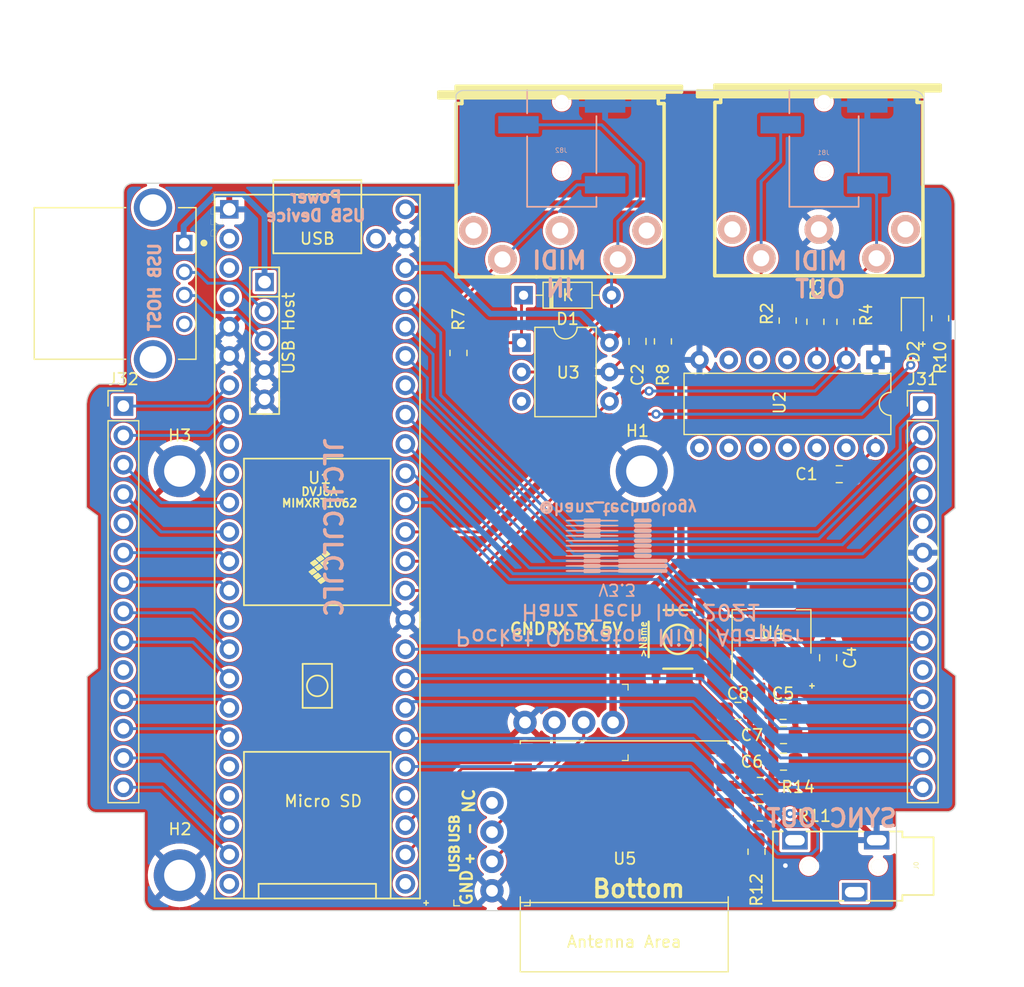
<source format=kicad_pcb>
(kicad_pcb (version 20211014) (generator pcbnew)
  (layers (0 "F.Cu" signal) (31 "B.Cu" signal) (34 "B.Paste" user) (35 "F.Paste" user) (36 "B.SilkS" user "B.Silkscreen") (37 "F.SilkS" user "F.Silkscreen") (38 "B.Mask" user) (39 "F.Mask" user) (44 "Edge.Cuts" user))
  (net 0 "")
  (net 1 "Board_0-/bottom/3.3V")
  (net 2 "Board_0-/bottom/3.3V_ESP32")
  (net 3 "Board_0-/bottom/5V")
  (net 4 "Board_0-/bottom/ESP32_EN")
  (net 5 "Board_0-/bottom/GIPO_PATTERN")
  (net 6 "Board_0-/bottom/GND")
  (net 7 "Board_0-/bottom/GPIO_1")
  (net 8 "Board_0-/bottom/GPIO_10")
  (net 9 "Board_0-/bottom/GPIO_11")
  (net 10 "Board_0-/bottom/GPIO_12")
  (net 11 "Board_0-/bottom/GPIO_13")
  (net 12 "Board_0-/bottom/GPIO_14")
  (net 13 "Board_0-/bottom/GPIO_15")
  (net 14 "Board_0-/bottom/GPIO_16")
  (net 15 "Board_0-/bottom/GPIO_2")
  (net 16 "Board_0-/bottom/GPIO_3")
  (net 17 "Board_0-/bottom/GPIO_4")
  (net 18 "Board_0-/bottom/GPIO_5")
  (net 19 "Board_0-/bottom/GPIO_6")
  (net 20 "Board_0-/bottom/GPIO_7")
  (net 21 "Board_0-/bottom/GPIO_8")
  (net 22 "Board_0-/bottom/GPIO_9")
  (net 23 "Board_0-/bottom/GPIO_BPM")
  (net 24 "Board_0-/bottom/GPIO_FX")
  (net 25 "Board_0-/bottom/GPIO_PLAY")
  (net 26 "Board_0-/bottom/GPIO_SOUND")
  (net 27 "Board_0-/bottom/GPIO_SPECIAL")
  (net 28 "Board_0-/bottom/GPIO_WRITE")
  (net 29 "Board_0-/bottom/H_USB_5V")
  (net 30 "Board_0-/bottom/H_USB_D+")
  (net 31 "Board_0-/bottom/H_USB_D-")
  (net 32 "Board_0-/bottom/MIDI_1_BUF_OUT")
  (net 33 "Board_0-/bottom/MIDI_1_IN")
  (net 34 "Board_0-/bottom/MIDI_1_OUT")
  (net 35 "Board_0-/bottom/MIDI_IN_EXT")
  (net 36 "Board_0-/bottom/MIDI_OUT_EXT")
  (net 37 "Board_0-/bottom/SYNC_OUT")
  (net 38 "Board_0-Net-(C8-Pad1)")
  (net 39 "Board_0-Net-(D1-Pad1)")
  (net 40 "Board_0-Net-(D1-Pad2)")
  (net 41 "Board_0-Net-(D2-Pad1)")
  (net 42 "Board_0-Net-(D2-Pad2)")
  (net 43 "Board_0-Net-(J40-Pad4)")
  (net 44 "Board_0-Net-(J81-Pad2)")
  (net 45 "Board_0-Net-(J81-Pad3)")
  (net 46 "Board_0-Net-(J96-Pad2)")
  (net 47 "Board_0-Net-(J96-Pad3)")
  (net 48 "Board_0-Net-(R11-Pad1)")
  (net 49 "Board_0-Net-(R14-Pad1)")
  (net 50 "Board_0-unconnected-(J0-Pad3)")
  (net 51 "Board_0-unconnected-(J31-Pad10)")
  (net 52 "Board_0-unconnected-(J31-Pad5)")
  (net 53 "Board_0-unconnected-(J32-Pad10)")
  (net 54 "Board_0-unconnected-(J32-Pad5)")
  (net 55 "Board_0-unconnected-(J40-Pad1)")
  (net 56 "Board_0-unconnected-(J40-Pad2)")
  (net 57 "Board_0-unconnected-(J40-Pad3)")
  (net 58 "Board_0-unconnected-(J90-Pad1)")
  (net 59 "Board_0-unconnected-(J90-Pad3)")
  (net 60 "Board_0-unconnected-(J96-Pad4)")
  (net 61 "Board_0-unconnected-(U1-Pad10)")
  (net 62 "Board_0-unconnected-(U1-Pad15)")
  (net 63 "Board_0-unconnected-(U1-Pad2)")
  (net 64 "Board_0-unconnected-(U1-Pad20)")
  (net 65 "Board_0-unconnected-(U1-Pad21)")
  (net 66 "Board_0-unconnected-(U1-Pad24)")
  (net 67 "Board_0-unconnected-(U1-Pad25)")
  (net 68 "Board_0-unconnected-(U1-Pad28)")
  (net 69 "Board_0-unconnected-(U1-Pad3)")
  (net 70 "Board_0-unconnected-(U1-Pad4)")
  (net 71 "Board_0-unconnected-(U1-Pad49)")
  (net 72 "Board_0-unconnected-(U1-Pad9)")
  (net 73 "Board_0-unconnected-(U2-Pad10)")
  (net 74 "Board_0-unconnected-(U2-Pad11)")
  (net 75 "Board_0-unconnected-(U2-Pad12)")
  (net 76 "Board_0-unconnected-(U2-Pad13)")
  (net 77 "Board_0-unconnected-(U2-Pad4)")
  (net 78 "Board_0-unconnected-(U2-Pad5)")
  (net 79 "Board_0-unconnected-(U2-Pad6)")
  (net 80 "Board_0-unconnected-(U2-Pad8)")
  (net 81 "Board_0-unconnected-(U2-Pad9)")
  (net 82 "Board_0-unconnected-(U3-Pad3)")
  (net 83 "Board_0-unconnected-(U5-Pad10)")
  (net 84 "Board_0-unconnected-(U5-Pad15)")
  (net 85 "Board_0-unconnected-(U5-Pad16)")
  (net 86 "Board_0-unconnected-(U5-Pad17)")
  (net 87 "Board_0-unconnected-(U5-Pad18)")
  (net 88 "Board_0-unconnected-(U5-Pad3)")
  (net 89 "Board_0-unconnected-(U5-Pad4)")
  (net 90 "Board_0-unconnected-(U5-Pad5)")
  (net 91 "Board_0-unconnected-(U5-Pad6)")
  (footprint "Package_TO_SOT_SMD:SOT-223" (layer "F.Cu") (at 169.30986 110.83 90)
    (fp_text reference "U4")
    (fp_text value "LM1117-3.3")
  )
  (footprint "Resistor_SMD:R_0805_2012Metric_Pad1.20x1.40mm_HandSolder" (layer "F.Cu") (at 173.10986 83.98 -90)
    (fp_text reference "R3")
    (fp_text value "220")
  )
  (footprint "poma:TACTILE_SWITCH_SMD_5.2MM" (layer "F.Cu") (at 161.21486 111.486 90)
    (fp_text reference "S1" hide)
    (fp_text value "MOMENTARY-SWITCH-SPST-SMD-5.2MM" hide)
  )
  (footprint "Resistor_SMD:R_0805_2012Metric_Pad1.20x1.40mm_HandSolder" (layer "F.Cu") (at 168.00986 129.88 90)
    (fp_text reference "R12")
    (fp_text value "10K")
  )
  (footprint "Package_DIP:DIP-14_W7.62mm" (layer "F.Cu") (at 178.30986 87.28 -90)
    (fp_text reference "U2")
    (fp_text value "SN74HC125N")
  )
  (footprint "Package_DIP:DIP-6_W7.62mm" (layer "F.Cu") (at 147.66588 85.7912)
    (fp_text reference "U3")
    (fp_text value "H11L1M")
  )
  (footprint "Capacitor_SMD:C_0805_2012Metric_Pad1.18x1.45mm_HandSolder" (layer "F.Cu") (at 157.70986 85.68 90)
    (fp_text reference "C2")
    (fp_text value "0.1uF")
  )
  (footprint "Resistor_SMD:R_0805_2012Metric_Pad1.20x1.40mm_HandSolder" (layer "F.Cu") (at 183.90986 83.68 -90)
    (fp_text reference "R10")
    (fp_text value "50")
  )
  (footprint "Capacitor_SMD:C_0805_2012Metric_Pad1.18x1.45mm_HandSolder" (layer "F.Cu") (at 174.20986 113.08 90)
    (fp_text reference "C4")
    (fp_text value "1uF")
  )
  (footprint "Capacitor_SMD:C_0805_2012Metric_Pad1.18x1.45mm_HandSolder" (layer "F.Cu") (at 170.34736 122.08)
    (fp_text reference "C6")
    (fp_text value "0.1uF")
  )
  (footprint "Diode_THT:D_DO-35_SOD27_P7.62mm_Horizontal" (layer "F.Cu") (at 147.8424 81.68)
    (fp_text reference "D1")
    (fp_text value "1N914")
  )
  (footprint "Resistor_SMD:R_0805_2012Metric_Pad1.20x1.40mm_HandSolder" (layer "F.Cu") (at 175.70986 83.98 -90)
    (fp_text reference "R4")
    (fp_text value "10K")
  )
  (footprint "LED_SMD:LED_0805_2012Metric_Pad1.15x1.40mm_HandSolder" (layer "F.Cu") (at 181.50986 83.755 -90)
    (fp_text reference "D2")
    (fp_text value "LED")
  )
  (footprint "Teensy:Teensy41_poma" (layer "F.Cu") (at 129.98986 103.45 -90)
    (fp_text reference "U1")
    (fp_text value "Teensy4.1")
  )
  (footprint "MountingHole:MountingHole_2.7mm_M2.5_ISO7380_Pad" (layer "F.Cu") (at 118.078 97.08)
    (fp_text reference "H3")
    (fp_text value "MountingHole_Pad")
  )
  (footprint "Connector_PinHeader_2.54mm:PinHeader_1x14_P2.54mm_Vertical" (layer "F.Cu") (at 113.2024 91.28)
    (fp_text reference "J32")
    (fp_text value "Conn_01x14_Female")
  )
  (footprint "MountingHole:MountingHole_2.7mm_M2.5_ISO7380_Pad" (layer "F.Cu") (at 157.7024 96.68)
    (fp_text reference "H1")
    (fp_text value "MountingHole_Pad")
  )
  (footprint "Connector_PinHeader_2.54mm:PinHeader_1x14_P2.54mm_Vertical" (layer "F.Cu") (at 182.4024 91.28)
    (fp_text reference "J31")
    (fp_text value "Conn_01x14_Female")
  )
  (footprint "Espressif:ESP32-C3-WROOM-02" (layer "F.Cu") (at 156.55986 129.03 180)
    (fp_text reference "U5")
    (fp_text value "ESP32-C3-WROOM-02")
  )
  (footprint "Resistor_SMD:R_0805_2012Metric_Pad1.20x1.40mm_HandSolder" (layer "F.Cu") (at 168.30986 124.18)
    (fp_text reference "R14")
    (fp_text value "10K")
  )
  (footprint "Resistor_SMD:R_0805_2012Metric_Pad1.20x1.40mm_HandSolder" (layer "F.Cu") (at 142.20986 86.68 -90)
    (fp_text reference "R7")
    (fp_text value "220")
  )
  (footprint "Capacitor_SMD:C_0805_2012Metric_Pad1.18x1.45mm_HandSolder" (layer "F.Cu") (at 170.30986 117.68)
    (fp_text reference "C5")
    (fp_text value "10uF")
  )
  (footprint "digikey-footprints:PinHeader_1x4_P2.54mm_Drill1.02mm" (layer "F.Cu") (at 145.10986 133.26 90)
    (fp_text reference "J96" hide)
    (fp_text value "0022232041")
  )
  (footprint "digikey-footprints:PinHeader_1x4_P2.54mm_Drill1.02mm" (layer "F.Cu") (at 155.58986 118.68 180)
    (fp_text reference "J99" hide)
    (fp_text value "0022232041")
  )
  (footprint "Resistor_SMD:R_0805_2012Metric_Pad1.20x1.40mm_HandSolder" (layer "F.Cu") (at 168.30986 126.48)
    (fp_text reference "R11")
    (fp_text value "10K")
  )
  (footprint "poma:MIDI_DIN5_NO_ATTACHEMENT" (layer "F.Cu") (at 173.40986 72.98 180)
    (fp_text reference "J90" hide)
    (fp_text value "MIDI_1_OUT" hide)
  )
  (footprint "Resistor_SMD:R_0805_2012Metric_Pad1.20x1.40mm_HandSolder" (layer "F.Cu") (at 159.90986 85.68 -90)
    (fp_text reference "R8")
    (fp_text value "470")
  )
  (footprint "Capacitor_SMD:C_0805_2012Metric_Pad1.18x1.45mm_HandSolder" (layer "F.Cu") (at 166.40986 117.68)
    (fp_text reference "C8")
    (fp_text value "0.1uF")
  )
  (footprint "Capacitor_SMD:C_0805_2012Metric_Pad1.18x1.45mm_HandSolder" (layer "F.Cu") (at 170.34736 119.78)
    (fp_text reference "C7")
    (fp_text value "10uF")
  )
  (footprint "Resistor_SMD:R_0805_2012Metric_Pad1.20x1.40mm_HandSolder" (layer "F.Cu") (at 170.70986 83.88 -90)
    (fp_text reference "R2")
    (fp_text value "220")
  )
  (footprint "poma:TE_292303-1" (layer "F.Cu") (at 118.4744 77.16 -90)
    (fp_text reference "REF**")
    (fp_text value "TE_292303-1")
  )
  (footprint "poma:MIDI_DIN5_NO_ATTACHEMENT" (layer "F.Cu") (at 151.00986 73.08 180)
    (fp_text reference "J40" hide)
    (fp_text value "MIDI_1_IN" hide)
  )
  (footprint "Capacitor_SMD:C_0805_2012Metric_Pad1.18x1.45mm_HandSolder" (layer "F.Cu") (at 175.17236 97.18)
    (fp_text reference "C1")
    (fp_text value "0.1uF")
  )
  (footprint "MountingHole:MountingHole_2.7mm_M2.5_ISO7380_Pad" (layer "F.Cu") (at 118.1024 131.18)
    (fp_text reference "H2")
    (fp_text value "MountingHole_Pad")
  )
  (footprint "poma:3.5mm_stereo_jack_PJ320B_THRU" (layer "F.Cu") (at 178.53686 131.13 -90)
    (fp_text reference "J0")
    (fp_text value "PJ-320B" hide)
  )
  (footprint "logo:B.SilkS_g842" (layer "B.Cu") (at 156.138865 104.512417)
    (fp_text reference "G***" hide)
    (fp_text value "LOGO" hide)
  )
  (footprint "jacks:3.5mm_stereo_jack_PJ320B" (layer "B.Cu") (at 151.1524 64.92 180)
    (fp_text reference "J82")
    (fp_text value "PJ-320B" hide)
  )
  (footprint "jacks:3.5mm_stereo_jack_PJ320B" (layer "B.Cu") (at 173.8524 64.92 180)
    (fp_text reference "J81")
    (fp_text value "PJ-320B" hide)
  )
  (gr_line (start 113.80252 72.0063) (end 113.843297 71.996509) (layer "Edge.Cuts") (width 0.1))
  (gr_line (start 110.660856 89.658605) (end 110.739948 89.590601) (layer "Edge.Cuts") (width 0.1))
  (gr_line (start 142.112706 64.185771) (end 142.140056 64.156769) (layer "Edge.Cuts") (width 0.1))
  (gr_line (start 110.453583 126.390143) (end 110.417255 126.367883) (layer "Edge.Cuts") (width 0.1))
  (gr_line (start 182.3591 64.340434) (end 182.394188 64.38633) (layer "Edge.Cuts") (width 0.1))
  (gr_line (start 110.417255 126.367883) (end 110.382099 126.343722) (layer "Edge.Cuts") (width 0.1))
  (gr_line (start 185.182691 126.010171) (end 185.146406 126.075545) (layer "Edge.Cuts") (width 0.1))
  (gr_line (start 184.776608 126.377054) (end 184.705365 126.399407) (layer "Edge.Cuts") (width 0.1))
  (gr_line (start 110.733179 126.489144) (end 110.691236 126.48137) (layer "Edge.Cuts") (width 0.1))
  (gr_line (start 184.668962 126.407855) (end 184.595056 126.419177) (layer "Edge.Cuts") (width 0.1))
  (gr_line (start 110.049004 114.7099) (end 110.959 113.97952) (layer "Edge.Cuts") (width 0.1))
  (gr_line (start 184.321 100.820481) (end 184.321 113.929502) (layer "Edge.Cuts") (width 0.1))
  (gr_line (start 185.098194 73.242098) (end 185.127725 73.342193) (layer "Edge.Cuts") (width 0.1))
  (gr_line (start 110.997116 89.412448) (end 111.089055 89.362178) (layer "Edge.Cuts") (width 0.1))
  (gr_line (start 182.1959 64.177097) (end 182.239886 64.214634) (layer "Edge.Cuts") (width 0.1))
  (gr_line (start 179.963099 134.852941) (end 179.920982 134.885864) (layer "Edge.Cuts") (width 0.1))
  (gr_line (start 142.560667 63.946696) (end 181.379975 63.939) (layer "Edge.Cuts") (width 0.1))
  (gr_line (start 185.212154 125.941508) (end 185.182691 126.010171) (layer "Edge.Cuts") (width 0.1))
  (gr_line (start 110.047777 125.727977) (end 110.04666 125.685359) (layer "Edge.Cuts") (width 0.1))
  (gr_line (start 115.022062 134.145473) (end 115.013516 134.089831) (layer "Edge.Cuts") (width 0.1))
  (gr_line (start 113.967965 71.980096) (end 114.00986 71.979) (layer "Edge.Cuts") (width 0.1))
  (gr_line (start 113.262072 72.492923) (end 113.2781 72.454228) (layer "Edge.Cuts") (width 0.1))
  (gr_line (start 113.2781 72.454228) (end 113.296176 72.41633) (layer "Edge.Cuts") (width 0.1))
  (gr_line (start 184.458971 72.307422) (end 184.538101 72.375461) (layer "Edge.Cuts") (width 0.1))
  (gr_line (start 184.538101 72.375461) (end 184.613577 72.447533) (layer "Edge.Cuts") (width 0.1))
  (gr_line (start 115.033525 134.200589) (end 115.022062 134.145473) (layer "Edge.Cuts") (width 0.1))
  (gr_line (start 185.195396 73.85818) (end 185.200999 91.079999) (layer "Edge.Cuts") (width 0.1))
  (gr_line (start 142.333182 64.017308) (end 142.369264 64.000488) (layer "Edge.Cuts") (width 0.1))
  (gr_line (start 110.348339 126.317817) (end 110.315941 126.290148) (layer "Edge.Cuts") (width 0.1))
  (gr_line (start 179.673025 134.978758) (end 179.619542 134.981613) (layer "Edge.Cuts") (width 0.1))
  (gr_line (start 181.615549 63.939221) (end 181.672927 63.946399) (layer "Edge.Cuts") (width 0.1))
  (gr_line (start 115.00886 133.865118) (end 115.008999 126.501) (layer "Edge.Cuts") (width 0.1))
  (gr_line (start 142.406252 63.985622) (end 142.443989 63.972776) (layer "Edge.Cuts") (width 0.1))
  (gr_line (start 185.080136 126.165792) (end 185.028623 126.219984) (layer "Edge.Cuts") (width 0.1))
  (gr_line (start 185.146406 126.075545) (end 185.12584 126.106748) (layer "Edge.Cuts") (width 0.1))
  (gr_line (start 142.26391 64.056718) (end 142.298013 64.036076) (layer "Edge.Cuts") (width 0.1))
  (gr_line (start 113.505795 72.15749) (end 113.539065 72.131962) (layer "Edge.Cuts") (width 0.1))
  (gr_line (start 180.128791 134.583534) (end 180.113126 134.634699) (layer "Edge.Cuts") (width 0.1))
  (gr_line (start 110.202097 126.16372) (end 110.177964 126.128608) (layer "Edge.Cuts") (width 0.1))
  (gr_line (start 142.443989 63.972776) (end 142.482418 63.961975) (layer "Edge.Cuts") (width 0.1))
  (gr_line (start 111.089055 89.362178) (end 111.820007 89.359) (layer "Edge.Cuts") (width 0.1))
  (gr_line (start 110.071194 90.625372) (end 110.100725 90.525277) (layer "Edge.Cuts") (width 0.1))
  (gr_line (start 110.064438 125.854532) (end 110.056683 125.812692) (layer "Edge.Cuts") (width 0.1))
  (gr_line (start 110.323962 90.055212) (end 110.382875 89.969072) (layer "Edge.Cuts") (width 0.1))
  (gr_line (start 115.007909 134.033763) (end 115.005264 133.97753) (layer "Edge.Cuts") (width 0.1))
  (gr_line (start 113.38735 72.275935) (end 113.414619 72.244007) (layer "Edge.Cuts") (width 0.1))
  (gr_line (start 185.184521 73.649842) (end 185.192676 73.753882) (layer "Edge.Cuts") (width 0.1))
  (gr_line (start 180.001695 134.815879) (end 179.963099 134.852941) (layer "Edge.Cuts") (width 0.1))
  (gr_line (start 115.107796 134.412754) (end 115.08504 134.361205) (layer "Edge.Cuts") (width 0.1))
  (gr_line (start 109.999 91.14) (end 110.014398 90.933021) (layer "Edge.Cuts") (width 0.1))
  (gr_line (start 180.144188 134.47782) (end 180.139182 134.531044) (layer "Edge.Cuts") (width 0.1))
  (gr_line (start 184.816044 72.685893) (end 184.874957 72.772033) (layer "Edge.Cuts") (width 0.1))
  (gr_line (start 110.959 100.790504) (end 109.999004 100.080093) (layer "Edge.Cuts") (width 0.1))
  (gr_line (start 184.595056 126.419177) (end 184.520459 126.422959) (layer "Edge.Cuts") (width 0.1))
  (gr_line (start 181.379975 63.939) (end 181.500057 63.93401) (layer "Edge.Cuts") (width 0.1))
  (gr_line (start 113.443449 72.213626) (end 113.473867 72.184759) (layer "Edge.Cuts") (width 0.1))
  (gr_line (start 142.062902 64.247991) (end 142.086963 64.216207) (layer "Edge.Cuts") (width 0.1))
  (gr_line (start 113.218726 72.65467) (end 113.226369 72.613437) (layer "Edge.Cuts") (width 0.1))
  (gr_line (start 110.046911 90.726921) (end 110.071194 90.625372) (layer "Edge.Cuts") (width 0.1))
  (gr_line (start 182.510999 72.079) (end 184.1101 72.079005) (layer "Edge.Cuts") (width 0.1))
  (gr_line (start 142.008998 71.979) (end 141.999004 64.349909) (layer "Edge.Cuts") (width 0.1))
  (gr_line (start 142.086963 64.216207) (end 142.112706 64.185771) (layer "Edge.Cuts") (width 0.1))
  (gr_line (start 115.260118 134.648461) (end 115.224794 134.604696) (layer "Edge.Cuts") (width 0.1))
  (gr_line (start 110.175207 90.330431) (end 110.219973 90.236161) (layer "Edge.Cuts") (width 0.1))
  (gr_line (start 110.086498 125.936862) (end 110.074396 125.896012) (layer "Edge.Cuts") (width 0.1))
  (gr_line (start 110.609007 126.459337) (end 110.568795 126.445097) (layer "Edge.Cuts") (width 0.1))
  (gr_line (start 185.12584 126.106748) (end 185.080136 126.165792) (layer "Edge.Cuts") (width 0.1))
  (gr_line (start 142.199296 64.103374) (end 142.230972 64.079173) (layer "Edge.Cuts") (width 0.1))
  (gr_line (start 180.111003 126.421) (end 180.140999 134.419939) (layer "Edge.Cuts") (width 0.1))
  (gr_line (start 184.705365 126.399407) (end 184.668962 126.407855) (layer "Edge.Cuts") (width 0.1))
  (gr_line (start 142.369264 64.000488) (end 142.406252 63.985622) (layer "Edge.Cuts") (width 0.1))
  (gr_line (start 113.236147 72.572711) (end 113.248072 72.532452) (layer "Edge.Cuts") (width 0.1))
  (gr_line (start 181.841666 63.985956) (end 181.896256 64.005026) (layer "Edge.Cuts") (width 0.1))
  (gr_line (start 113.473867 72.184759) (end 113.505795 72.15749) (layer "Edge.Cuts") (width 0.1))
  (gr_line (start 142.230972 64.079173) (end 142.26391 64.056718) (layer "Edge.Cuts") (width 0.1))
  (gr_line (start 110.228002 126.19748) (end 110.202097 126.16372) (layer "Edge.Cuts") (width 0.1))
  (gr_line (start 184.201803 72.12927) (end 184.290571 72.184143) (layer "Edge.Cuts") (width 0.1))
  (gr_line (start 115.005582 133.921289) (end 115.00886 133.865118) (layer "Edge.Cuts") (width 0.1))
  (gr_line (start 110.382875 89.969072) (end 110.446166 89.88616) (layer "Edge.Cuts") (width 0.1))
  (gr_line (start 110.014398 90.933021) (end 110.027967 90.829547) (layer "Edge.Cuts") (width 0.1))
  (gr_line (start 110.585379 89.730675) (end 110.660856 89.658605) (layer "Edge.Cuts") (width 0.1))
  (gr_line (start 180.113126 134.634699) (end 180.103344 134.659665) (layer "Edge.Cuts") (width 0.1))
  (gr_line (start 182.3216 64.296416) (end 182.3591 64.340434) (layer "Edge.Cuts") (width 0.1))
  (gr_line (start 115.614798 134.920738) (end 115.564616 134.895226) (layer "Edge.Cuts") (width 0.1))
  (gr_line (start 110.04666 125.685359) (end 110.049004 114.7099) (layer "Edge.Cuts") (width 0.1))
  (gr_line (start 182.456904 64.48345) (end 182.484324 64.534361) (layer "Edge.Cuts") (width 0.1))
  (gr_line (start 115.06505 134.308579) (end 115.047873 134.255024) (layer "Edge.Cuts") (width 0.1))
  (gr_line (start 113.316187 72.379477) (end 113.338099 72.343722) (layer "Edge.Cuts") (width 0.1))
  (gr_line (start 185.170952 73.546368) (end 185.184521 73.649842) (layer "Edge.Cuts") (width 0.1))
  (gr_line (start 184.752721 72.60294) (end 184.816044 72.685893) (layer "Edge.Cuts") (width 0.1))
  (gr_line (start 115.468582 134.836429) (end 115.423042 134.803336) (layer "Edge.Cuts") (width 0.1))
  (gr_line (start 182.281825 64.254444) (end 182.3216 64.296416) (layer "Edge.Cuts") (width 0.1))
  (gr_line (start 181.949761 64.026957) (end 182.002031 64.051687) (layer "Edge.Cuts") (width 0.1))
  (gr_line (start 110.649858 126.471436) (end 110.609007 126.459337) (layer "Edge.Cuts") (width 0.1))
  (gr_line (start 110.26962 90.144307) (end 110.323962 90.055212) (layer "Edge.Cuts") (width 0.1))
  (gr_line (start 184.941806 126.290769) (end 184.910602 126.311333) (layer "Edge.Cuts") (width 0.1))
  (gr_line (start 115.191762 134.559046) (end 115.161208 134.511764) (layer "Edge.Cuts") (width 0.1))
  (gr_line (start 180.140999 134.419939) (end 180.144651 134.450927) (layer "Edge.Cuts") (width 0.1))
  (gr_line (start 114.00986 71.979) (end 142.008998 71.979) (layer "Edge.Cuts") (width 0.1))
  (gr_line (start 182.426831 64.43406) (end 182.456904 64.48345) (layer "Edge.Cuts") (width 0.1))
  (gr_line (start 110.691236 126.48137) (end 110.649858 126.471436) (layer "Edge.Cuts") (width 0.1))
  (gr_line (start 110.056683 125.812692) (end 110.051121 125.770451) (layer "Edge.Cuts") (width 0.1))
  (gr_line (start 179.802892 134.948174) (end 179.751942 134.964357) (layer "Edge.Cuts") (width 0.1))
  (gr_line (start 181.672927 63.946399) (end 181.729845 63.956601) (layer "Edge.Cuts") (width 0.1))
  (gr_line (start 115.133186 134.462939) (end 115.107796 134.412754) (layer "Edge.Cuts") (width 0.1))
  (gr_line (start 115.337536 134.73023) (end 115.297731 134.690346) (layer "Edge.Cuts") (width 0.1))
  (gr_line (start 115.379346 134.767926) (end 115.337536 134.73023) (layer "Edge.Cuts") (width 0.1))
  (gr_line (start 110.959 113.97952) (end 110.959 100.790504) (layer "Edge.Cuts") (width 0.1))
  (gr_line (start 180.139182 134.531044) (end 180.128791 134.583534) (layer "Edge.Cuts") (width 0.1))
  (gr_line (start 180.144651 134.450927) (end 180.144188 134.47782) (layer "Edge.Cuts") (width 0.1))
  (gr_line (start 113.209956 72.738108) (end 113.213245 72.696298) (layer "Edge.Cuts") (width 0.1))
  (gr_line (start 115.515802 134.867079) (end 115.468582 134.836429) (layer "Edge.Cuts") (width 0.1))
  (gr_line (start 182.149948 64.141908) (end 182.1959 64.177097) (layer "Edge.Cuts") (width 0.1))
  (gr_line (start 110.77542 126.494704) (end 110.733179 126.489144) (layer "Edge.Cuts") (width 0.1))
  (gr_line (start 181.729845 63.956601) (end 181.786144 63.969799) (layer "Edge.Cuts") (width 0.1))
  (gr_line (start 115.047873 134.255024) (end 115.033525 134.200589) (layer "Edge.Cuts") (width 0.1))
  (gr_line (start 184.520459 126.422959) (end 180.111003 126.421) (layer "Edge.Cuts") (width 0.1))
  (gr_line (start 184.874957 72.772033) (end 184.929325 72.861173) (layer "Edge.Cuts") (width 0.1))
  (gr_line (start 181.896256 64.005026) (end 181.949761 64.026957) (layer "Edge.Cuts") (width 0.1))
  (gr_line (start 110.908304 89.46735) (end 110.997116 89.412448) (layer "Edge.Cuts") (width 0.1))
  (gr_line (start 110.284998 126.260784) (end 110.255671 126.229878) (layer "Edge.Cuts") (width 0.1))
  (gr_line (start 182.052875 64.07912) (end 182.102242 64.10923) (layer "Edge.Cuts") (width 0.1))
  (gr_line (start 185.249557 125.797028) (end 185.234519 125.870216) (layer "Edge.Cuts") (width 0.1))
  (gr_line (start 184.685158 72.523403) (end 184.752721 72.60294) (layer "Edge.Cuts") (width 0.1))
  (gr_line (start 184.613577 72.447533) (end 184.685158 72.523403) (layer "Edge.Cuts") (width 0.1))
  (gr_line (start 185.261 114.64) (end 185.261 125.69) (layer "Edge.Cuts") (width 0.1))
  (gr_line (start 113.226369 72.613437) (end 113.236147 72.572711) (layer "Edge.Cuts") (width 0.1))
  (gr_line (start 185.192676 73.753882) (end 185.195396 73.85818) (layer "Edge.Cuts") (width 0.1))
  (gr_line (start 182.002031 64.051687) (end 182.052875 64.07912) (layer "Edge.Cuts") (width 0.1))
  (gr_line (start 110.135416 90.426908) (end 110.175207 90.330431) (layer "Edge.Cuts") (width 0.1))
  (gr_line (start 113.539065 72.131962) (end 113.573582 72.108239) (layer "Edge.Cuts") (width 0.1))
  (gr_line (start 110.027967 90.829547) (end 110.046911 90.726921) (layer "Edge.Cuts") (width 0.1))
  (gr_line (start 115.08504 134.361205) (end 115.06505 134.308579) (layer "Edge.Cuts") (width 0.1))
  (gr_line (start 185.210999 100.109998) (end 184.321 100.820481) (layer "Edge.Cuts") (width 0.1))
  (gr_line (start 113.338099 72.343722) (end 113.361822 72.309205) (layer "Edge.Cuts") (width 0.1))
  (gr_line (start 115.297731 134.690346) (end 115.260118 134.648461) (layer "Edge.Cuts") (width 0.1))
  (gr_line (start 113.64619 72.066316) (end 113.68404 72.048261) (layer "Edge.Cuts") (width 0.1))
  (gr_line (start 115.161208 134.511764) (end 115.133186 134.462939) (layer "Edge.Cuts") (width 0.1))
  (gr_line (start 110.315941 126.290148) (end 110.284998 126.260784) (layer "Edge.Cuts") (width 0.1))
  (gr_line (start 115.423042 134.803336) (end 115.379346 134.767926) (layer "Edge.Cuts") (width 0.1))
  (gr_line (start 110.051121 125.770451) (end 110.047777 125.727977) (layer "Edge.Cuts") (width 0.1))
  (gr_line (start 110.382099 126.343722) (end 110.348339 126.317817) (layer "Edge.Cuts") (width 0.1))
  (gr_line (start 185.200999 91.079999) (end 185.210999 100.109998) (layer "Edge.Cuts") (width 0.1))
  (gr_line (start 113.213245 72.696298) (end 113.218726 72.65467) (layer "Edge.Cuts") (width 0.1))
  (gr_line (start 115.008999 126.501) (end 110.86 126.501) (layer "Edge.Cuts") (width 0.1))
  (gr_line (start 110.155676 126.092236) (end 110.135347 126.054793) (layer "Edge.Cuts") (width 0.1))
  (gr_line (start 184.971969 126.26862) (end 184.941806 126.290769) (layer "Edge.Cuts") (width 0.1))
  (gr_line (start 185.261 125.69) (end 185.249557 125.797028) (layer "Edge.Cuts") (width 0.1))
  (gr_line (start 184.978946 72.952982) (end 185.023712 73.047252) (layer "Edge.Cuts") (width 0.1))
  (gr_line (start 184.321 113.929502) (end 185.261 114.64) (layer "Edge.Cuts") (width 0.1))
  (gr_line (start 180.036329 134.775091) (end 180.001695 134.815879) (layer "Edge.Cuts") (width 0.1))
  (gr_line (start 185.127725 73.342193) (end 185.151997 73.443691) (layer "Edge.Cuts") (width 0.1))
  (gr_line (start 110.219973 90.236161) (end 110.26962 90.144307) (layer "Edge.Cuts") (width 0.1))
  (gr_line (start 110.529481 126.428813) (end 110.491026 126.410472) (layer "Edge.Cuts") (width 0.1))
  (gr_line (start 110.513726 89.806621) (end 110.585379 89.730675) (layer "Edge.Cuts") (width 0.1))
  (gr_line (start 113.296176 72.41633) (end 113.316187 72.379477) (layer "Edge.Cuts") (width 0.1))
  (gr_line (start 184.845317 126.347569) (end 184.776608 126.377054) (layer "Edge.Cuts") (width 0.1))
  (gr_line (start 113.762362 72.018196) (end 113.80252 72.0063) (layer "Edge.Cuts") (width 0.1))
  (gr_line (start 182.394188 64.38633) (end 182.426831 64.43406) (layer "Edge.Cuts") (width 0.1))
  (gr_line (start 184.1101 72.079005) (end 184.201803 72.12927) (layer "Edge.Cuts") (width 0.1))
  (gr_line (start 142.482418 63.961975) (end 142.521321 63.953279) (layer "Edge.Cuts") (width 0.1))
  (gr_line (start 110.100703 125.976975) (end 110.086498 125.936862) (layer "Edge.Cuts") (width 0.1))
  (gr_line (start 113.68404 72.048261) (end 113.722831 72.032193) (layer "Edge.Cuts") (width 0.1))
  (gr_line (start 141.999004 64.349909) (end 142.040594 64.281028) (layer "Edge.Cuts") (width 0.1))
  (gr_line (start 180.103344 134.659665) (end 180.080106 134.707808) (layer "Edge.Cuts") (width 0.1))
  (gr_line (start 115.769999 134.981) (end 115.718826 134.963663) (layer "Edge.Cuts") (width 0.1))
  (gr_line (start 113.722831 72.032193) (end 113.762362 72.018196) (layer "Edge.Cuts") (width 0.1))
  (gr_line (start 113.414619 72.244007) (end 113.443449 72.213626) (layer "Edge.Cuts") (width 0.1))
  (gr_line (start 184.929325 72.861173) (end 184.978946 72.952982) (layer "Edge.Cuts") (width 0.1))
  (gr_line (start 110.491026 126.410472) (end 110.453583 126.390143) (layer "Edge.Cuts") (width 0.1))
  (gr_line (start 113.209 89.368992) (end 113.209956 72.738108) (layer "Edge.Cuts") (width 0.1))
  (gr_line (start 110.446166 89.88616) (end 110.513726 89.806621) (layer "Edge.Cuts") (width 0.1))
  (gr_line (start 110.100725 90.525277) (end 110.135416 90.426908) (layer "Edge.Cuts") (width 0.1))
  (gr_line (start 115.224794 134.604696) (end 115.191762 134.559046) (layer "Edge.Cuts") (width 0.1))
  (gr_line (start 184.910602 126.311333) (end 184.845317 126.347569) (layer "Edge.Cuts") (width 0.1))
  (gr_line (start 179.851983 134.926884) (end 179.802892 134.948174) (layer "Edge.Cuts") (width 0.1))
  (gr_line (start 110.739948 89.590601) (end 110.822519 89.52678) (layer "Edge.Cuts") (width 0.1))
  (gr_line (start 185.234519 125.870216) (end 185.212154 125.941508) (layer "Edge.Cuts") (width 0.1))
  (gr_line (start 113.573582 72.108239) (end 113.609383 72.086301) (layer "Edge.Cuts") (width 0.1))
  (gr_line (start 113.609383 72.086301) (end 113.64619 72.066316) (layer "Edge.Cuts") (width 0.1))
  (gr_line (start 110.255671 126.229878) (end 110.228002 126.19748) (layer "Edge.Cuts") (width 0.1))
  (gr_line (start 179.619542 134.981613) (end 115.769999 134.981) (layer "Edge.Cuts") (width 0.1))
  (gr_line (start 182.484324 64.534361) (end 182.509102 64.586967) (layer "Edge.Cuts") (width 0.1))
  (gr_line (start 182.509102 64.586967) (end 182.510999 72.079) (layer "Edge.Cuts") (width 0.1))
  (gr_line (start 180.052076 134.753388) (end 180.036329 134.775091) (layer "Edge.Cuts") (width 0.1))
  (gr_line (start 115.564616 134.895226) (end 115.515802 134.867079) (layer "Edge.Cuts") (width 0.1))
  (gr_line (start 142.140056 64.156769) (end 142.168974 64.129252) (layer "Edge.Cuts") (width 0.1))
  (gr_line (start 109.999004 100.080093) (end 109.999 91.14) (layer "Edge.Cuts") (width 0.1))
  (gr_line (start 110.117027 126.016385) (end 110.100703 125.976975) (layer "Edge.Cuts") (width 0.1))
  (gr_line (start 113.926158 71.983385) (end 113.967965 71.980096) (layer "Edge.Cuts") (width 0.1))
  (gr_line (start 115.013516 134.089831) (end 115.007909 134.033763) (layer "Edge.Cuts") (width 0.1))
  (gr_line (start 185.028623 126.219984) (end 184.971969 126.26862) (layer "Edge.Cuts") (width 0.1))
  (gr_line (start 179.89866 134.90072) (end 179.851983 134.926884) (layer "Edge.Cuts") (width 0.1))
  (gr_line (start 111.820007 89.359) (end 113.209 89.368992) (layer "Edge.Cuts") (width 0.1))
  (gr_line (start 179.920982 134.885864) (end 179.89866 134.90072) (layer "Edge.Cuts") (width 0.1))
  (gr_line (start 113.361822 72.309205) (end 113.38735 72.275935) (layer "Edge.Cuts") (width 0.1))
  (gr_line (start 110.822519 89.52678) (end 110.908304 89.46735) (layer "Edge.Cuts") (width 0.1))
  (gr_line (start 180.080106 134.707808) (end 180.052076 134.753388) (layer "Edge.Cuts") (width 0.1))
  (gr_line (start 184.3764 72.243601) (end 184.458971 72.307422) (layer "Edge.Cuts") (width 0.1))
  (gr_line (start 115.718826 134.963663) (end 115.666254 134.943573) (layer "Edge.Cuts") (width 0.1))
  (gr_line (start 113.248072 72.532452) (end 113.262072 72.492923) (layer "Edge.Cuts") (width 0.1))
  (gr_line (start 113.843297 71.996509) (end 113.88453 71.988866) (layer "Edge.Cuts") (width 0.1))
  (gr_line (start 110.074396 125.896012) (end 110.064438 125.854532) (layer "Edge.Cuts") (width 0.1))
  (gr_line (start 179.725843 134.970504) (end 179.673025 134.978758) (layer "Edge.Cuts") (width 0.1))
  (gr_line (start 110.86 126.501) (end 110.77542 126.494704) (layer "Edge.Cuts") (width 0.1))
  (gr_line (start 185.023712 73.047252) (end 185.063484 73.14368) (layer "Edge.Cuts") (width 0.1))
  (gr_line (start 181.786144 63.969799) (end 181.841666 63.985956) (layer "Edge.Cuts") (width 0.1))
  (gr_line (start 179.751942 134.964357) (end 179.725843 134.970504) (layer "Edge.Cuts") (width 0.1))
  (gr_line (start 181.557872 63.935088) (end 181.615549 63.939221) (layer "Edge.Cuts") (width 0.1))
  (gr_line (start 181.500057 63.93401) (end 181.557872 63.935088) (layer "Edge.Cuts") (width 0.1))
  (gr_line (start 142.040594 64.281028) (end 142.062902 64.247991) (layer "Edge.Cuts") (width 0.1))
  (gr_line (start 115.666254 134.943573) (end 115.614798 134.920738) (layer "Edge.Cuts") (width 0.1))
  (gr_line (start 142.168974 64.129252) (end 142.199296 64.103374) (layer "Edge.Cuts") (width 0.1))
  (gr_line (start 182.239886 64.214634) (end 182.281825 64.254444) (layer "Edge.Cuts") (width 0.1))
  (gr_line (start 142.521321 63.953279) (end 142.560667 63.946696) (layer "Edge.Cuts") (width 0.1))
  (gr_line (start 185.151997 73.443691) (end 185.170952 73.546368) (layer "Edge.Cuts") (width 0.1))
  (gr_line (start 185.063484 73.14368) (end 185.098194 73.242098) (layer "Edge.Cuts") (width 0.1))
  (gr_line (start 142.298013 64.036076) (end 142.333182 64.017308) (layer "Edge.Cuts") (width 0.1))
  (gr_line (start 182.102242 64.10923) (end 182.149948 64.141908) (layer "Edge.Cuts") (width 0.1))
  (gr_line (start 184.290571 72.184143) (end 184.3764 72.243601) (layer "Edge.Cuts") (width 0.1))
  (gr_line (start 110.568795 126.445097) (end 110.529481 126.428813) (layer "Edge.Cuts") (width 0.1))
  (gr_line (start 115.005264 133.97753) (end 115.005582 133.921289) (layer "Edge.Cuts") (width 0.1))
  (gr_line (start 113.88453 71.988866) (end 113.926158 71.983385) (layer "Edge.Cuts") (width 0.1))
  (gr_line (start 110.135347 126.054793) (end 110.117027 126.016385) (layer "Edge.Cuts") (width 0.1))
  (gr_line (start 110.177964 126.128608) (end 110.155676 126.092236) (layer "Edge.Cuts") (width 0.1))
  (gr_text "Pocket Operator Midi Adapter\n   Hanz Tech Inc 2021 \n\n\n" (at 157.00986 108.03 180) (layer "B.SilkS") (effects (font (size 1.35 1.35) (thickness 0.2)) (justify mirror)))
  (gr_text "V3.3\n\n" (at 155.9524 106.38 180) (layer "B.SilkS") (effects (font (size 1 1)) (justify mirror)))
  (gr_text "USB HOST" (at 115.90986 80.98 90) (layer "B.SilkS") (effects (font (size 1 1) (thickness 0.25)) (justify mirror)))
  (gr_text "JLCJLCJLCJLC" (at 131.30986 101.78 270) (layer "B.SilkS") (effects (font (size 1.5 1.5) (thickness 0.3))))
  (gr_text "  MIDI \n OUT" (at 174.1024 79.93) (layer "B.SilkS") (effects (font (size 1.5 1.5) (thickness 0.3)) (justify mirror)))
  (gr_text "SYNC OUT\n" (at 174.50986 126.98) (layer "B.SilkS") (effects (font (size 1.5 1.5) (thickness 0.3)) (justify mirror)))
  (gr_text "Power\nUSB Device" (at 129.8524 73.98) (layer "B.SilkS") (effects (font (size 1 1) (thickness 0.25)) (justify mirror)))
  (gr_text " MIDI \nIN" (at 150.9524 79.88) (layer "B.SilkS") (effects (font (size 1.5 1.5) (thickness 0.3)) (justify mirror)))
  (gr_text "@hanz_technology" (at 156.0024 100.18 180) (layer "B.SilkS") (effects (font (size 1 1) (thickness 0.2)) (justify mirror)))
  (gr_text "GND" (at 142.90986 132.98 90) (layer "F.SilkS") (effects (font (size 1 1) (thickness 0.2))))
  (gr_text "RX" (at 150.80986 110.58) (layer "F.SilkS") (effects (font (size 1 1) (thickness 0.2))))
  (gr_text "TX\n" (at 153.10986 110.68) (layer "F.SilkS") (effects (font (size 1 1) (thickness 0.2))))
  (gr_text "NC\n" (at 143.10986 125.48 90) (layer "F.SilkS") (effects (font (size 1 1) (thickness 0.2))))
  (gr_text "5V" (at 155.50986 110.58) (layer "F.SilkS") (effects (font (size 1 1) (thickness 0.2))))
  (gr_text "GND" (at 148.20986 110.58) (layer "F.SilkS") (effects (font (size 1 1) (thickness 0.2))))
  (gr_text "USB\n-" (at 142.50986 127.88 90) (layer "F.SilkS") (effects (font (size 0.8 0.8) (thickness 0.2))))
  (gr_text "USB\n+" (at 142.50986 130.48 90) (layer "F.SilkS") (effects (font (size 0.8 0.8) (thickness 0.2))))
  (gr_text "Bottom" (at 157.80986 133.08) (layer "F.SilkS") (effects (font (size 1.5 1.5) (thickness 0.3))))
  (gr_text "+" (at 172.80986 115.48) (layer "F.SilkS") (effects (font (size 0.5 0.5) (thickness 0.125))))
  (gr_text "+" (at 139.40986 134.28) (layer "F.SilkS") (effects (font (size 0.5 0.5) (thickness 0.125))))
  (gr_text "+" (at 182.40986 85.88) (layer "F.SilkS") (effects (font (size 0.5 0.5) (thickness 0.125))))
  (segment (start 155.28588 85.7912) (end 156.39708 84.68) (width 0.508) (layer "F.Cu") (net 1))
  (segment (start 157.97236 84.68) (end 158.00986 84.6425) (width 0.508) (layer "F.Cu") (net 1))
  (segment (start 158.00986 84.6425) (end 160.37236 84.6425) (width 0.508) (layer "F.Cu") (net 1))
  (segment (start 160.37236 84.6425) (end 160.40986 84.68) (width 0.508) (layer "F.Cu") (net 1))
  (segment (start 156.39708 84.68) (end 157.97236 84.68) (width 0.508) (layer "F.Cu") (net 1))
  (segment (start 140.9924 79.32) (end 144.9524 83.28) (width 0.508) (layer "B.Cu") (net 1))
  (segment (start 152.77468 83.28) (end 155.28588 85.7912) (width 0.508) (layer "B.Cu") (net 1))
  (segment (start 137.60986 79.32) (end 140.9924 79.32) (width 0.508) (layer "B.Cu") (net 1))
  (segment (start 144.9524 83.28) (end 152.77468 83.28) (width 0.508) (layer "B.Cu") (net 1))
  (segment (start 174.00986 131.98) (end 172.80986 133.18) (width 0.508) (layer "F.Cu") (net 2))
  (segment (start 170.80986 124.18) (end 174.00986 127.38) (width 0.508) (layer "F.Cu") (net 2))
  (segment (start 169.27236 114.0175) (end 169.30986 113.98) (width 0.508) (layer "F.Cu") (net 2))
  (segment (start 169.27236 117.68) (end 169.27236 119.7425) (width 0.508) (layer "F.Cu") (net 2))
  (segment (start 169.30986 115.488) (end 169.30986 113.98) (width 0.508) (layer "F.Cu") (net 2))
  (segment (start 169.30986 119.78) (end 169.30986 124.045798) (width 0.508) (layer "F.Cu") (net 2))
  (segment (start 169.30986 124.18) (end 170.80986 124.18) (width 0.508) (layer "F.Cu") (net 2))
  (segment (start 169.27236 117.68) (end 169.27236 114.0175) (width 0.508) (layer "F.Cu") (net 2))
  (segment (start 165.75986 133.18) (end 166.367062 133.18) (width 0.508) (layer "F.Cu") (net 2))
  (segment (start 174.00986 127.38) (end 174.00986 131.98) (width 0.508) (layer "F.Cu") (net 2))
  (segment (start 169.27236 119.7425) (end 169.30986 119.78) (width 0.508) (layer "F.Cu") (net 2))
  (segment (start 172.80986 133.18) (end 165.30986 133.18) (width 0.508) (layer "F.Cu") (net 2))
  (segment (start 178.44736 94.2375) (end 178.30986 94.1) (width 0.25) (layer "F.Cu") (net 3))
  (segment (start 161.85986 99.83) (end 161.85986 99.43) (width 0.508) (layer "F.Cu") (net 3))
  (segment (start 162.45986 99.83) (end 173.55986 99.83) (width 0.508) (layer "F.Cu") (net 3))
  (segment (start 176.20986 97) (end 178.30986 94.9) (width 0.25) (layer "F.Cu") (net 3))
  (segment (start 161.45986 97.53) (end 161.45986 98.93) (width 0.635) (layer "F.Cu") (net 3))
  (segment (start 161.45986 98.93) (end 161.45986 99.83) (width 0.635) (layer "F.Cu") (net 3))
  (segment (start 161.45986 99.83) (end 161.85986 99.83) (width 0.508) (layer "F.Cu") (net 3))
  (segment (start 161.45986 87.33) (end 161.45986 97.53) (width 0.635) (layer "F.Cu") (net 3))
  (segment (start 161.45986 104.53) (end 167.80986 110.88) (width 0.635) (layer "F.Cu") (net 3))
  (segment (start 137.60986 74.24) (end 139.2924 74.24) (width 0.635) (layer "F.Cu") (net 3))
  (segment (start 161.45986 88.93) (end 161.45986 87.33) (width 0.508) (layer "F.Cu") (net 3))
  (segment (start 170.70986 84.88) (end 163.10986 84.88) (width 0.508) (layer "F.Cu") (net 3))
  (segment (start 171.60986 112.345) (end 171.60986 113.98) (width 0.635) (layer "F.Cu") (net 3))
  (segment (start 161.65613 83.42627) (end 161.45986 83.23) (width 0.508) (layer "F.Cu") (net 3))
  (segment (start 161.85986 99.83) (end 162.45986 99.83) (width 0.508) (layer "F.Cu") (net 3))
  (segment (start 161.55986 98.93) (end 161.95986 99.33) (width 0.508) (layer "F.Cu") (net 3))
  (segment (start 155.58986 110.4) (end 156.60986 109.38) (width 0.635) (layer "F.Cu") (net 3))
  (segment (start 161.45986 83.23) (end 161.45986 83.77254) (width 0.635) (layer "F.Cu") (net 3))
  (segment (start 174.07236 113.98) (end 174.20986 114.1175) (width 0.508) (layer "F.Cu") (net 3))
  (segment (start 171.60986 113.98) (end 174.07236 113.98) (width 0.508) (layer "F.Cu") (net 3))
  (segment (start 161.95986 99.33) (end 162.45986 99.83) (width 0.508) (layer "F.Cu") (net 3))
  (segment (start 139.2924 74.24) (end 139.7524 73.78) (width 0.635) (layer "F.Cu") (net 3))
  (segment (start 163.10986 84.88) (end 161.65613 83.42627) (width 0.508) (layer "F.Cu") (net 3))
  (segment (start 176.20986 97.18) (end 176.20986 97) (width 0.25) (layer "F.Cu") (net 3))
  (segment (start 171.60986 113.508498) (end 171.60986 113.98) (width 0.635) (layer "F.Cu") (net 3))
  (segment (start 161.45986 98.93) (end 161.55986 98.93) (width 0.508) (layer "F.Cu") (net 3))
  (segment (start 161.85986 99.43) (end 161.95986 99.33) (width 0.508) (layer "F.Cu") (net 3))
  (segment (start 156.60986 109.38) (end 161.45986 104.53) (width 0.635) (layer "F.Cu") (net 3))
  (segment (start 170.14486 110.88) (end 171.60986 112.345) (width 0.635) (layer "F.Cu") (net 3))
  (segment (start 167.80986 110.88) (end 170.14486 110.88) (width 0.635) (layer "F.Cu") (net 3))
  (segment (start 161.45986 97.53) (end 161.45986 98.03) (width 0.508) (layer "F.Cu") (net 3))
  (segment (start 139.7524 73.78) (end 159.85986 73.78) (width 0.635) (layer "F.Cu") (net 3))
  (segment (start 161.45986 83.77254) (end 161.45986 87.33) (width 0.635) (layer "F.Cu") (net 3))
  (segment (start 161.45986 75.38) (end 161.45986 83.77254) (width 0.635) (layer "F.Cu") (net 3))
  (segment (start 155.58986 118.68) (end 155.58986 110.4) (width 0.635) (layer "F.Cu") (net 3))
  (segment (start 173.55986 99.83) (end 176.20986 97.18) (width 0.508) (layer "F.Cu") (net 3))
  (segment (start 159.85986 73.78) (end 161.45986 75.38) (width 0.635) (layer "F.Cu") (net 3))
  (segment (start 161.45986 99.83) (end 161.45986 104.53) (width 0.635) (layer "F.Cu") (net 3))
  (segment (start 170.90986 126.58) (end 169.40986 126.58) (width 0.25) (layer "F.Cu") (net 4))
  (segment (start 169.33486 126.455) (end 169.30986 126.48) (width 0.508) (layer "F.Cu") (net 4))
  (segment (start 169.40986 126.58) (end 169.30986 126.48) (width 0.25) (layer "F.Cu") (net 4))
  (via (at 170.90986 126.58) (size 0.8) (drill 0.4) (layers "F.Cu" "B.Cu") (net 4))
  (segment (start 169.862349 130.054511) (end 172.811371 130.054511) (width 0.25) (layer "B.Cu") (net 4))
  (segment (start 171.685882 126.58) (end 170.90986 126.58) (width 0.25) (layer "B.Cu") (net 4))
  (segment (start 137.60986 122.5) (end 162.307838 122.5) (width 0.25) (layer "B.Cu") (net 4))
  (segment (start 162.307838 122.5) (end 169.862349 130.054511) (width 0.25) (layer "B.Cu") (net 4))
  (segment (start 173.30986 128.203978) (end 171.685882 126.58) (width 0.25) (layer "B.Cu") (net 4))
  (segment (start 172.811371 130.054511) (end 173.30986 129.556022) (width 0.25) (layer "B.Cu") (net 4))
  (segment (start 173.30986 129.556022) (end 173.30986 128.203978) (width 0.25) (layer "B.Cu") (net 4))
  (segment (start 182.4024 121.76) (end 170.09078 121.76) (width 0.25) (layer "B.Cu") (net 5))
  (segment (start 170.09078 121.76) (end 163.21078 114.88) (width 0.25) (layer "B.Cu") (net 5))
  (segment (start 163.21078 114.88) (end 137.60986 114.88) (width 0.25) (layer "B.Cu") (net 5))
  (segment (start 174.13486 97.18) (end 171.04086 97.18) (width 0.25) (layer "F.Cu") (net 6))
  (segment (start 169.324861 95.464001) (end 169.324861 93.535001) (width 0.25) (layer "F.Cu") (net 6))
  (segment (start 170.24736 130.8175) (end 170.50986 131.08) (width 0.25) (layer "F.Cu") (net 6))
  (segment (start 168.00986 130.8175) (end 170.24736 130.8175) (width 0.25) (layer "F.Cu") (net 6))
  (segment (start 171.38486 119.78) (end 171.38486 122.08) (width 0.508) (layer "F.Cu") (net 6))
  (segment (start 156.89958 86.7175) (end 157.70986 86.7175) (width 0.25) (layer "F.Cu") (net 6))
  (segment (start 159.30986 114.28) (end 159.30986 114.68) (width 0.25) (layer "F.Cu") (net 6))
  (segment (start 171.60986 122.08) (end 178.40986 128.88) (width 0.508) (layer "F.Cu") (net 6))
  (segment (start 155.28588 88.3312) (end 156.89958 86.7175) (width 0.25) (layer "F.Cu") (net 6))
  (segment (start 169.324861 93.535001) (end 163.06986 87.28) (width 0.25) (layer "F.Cu") (net 6))
  (segment (start 171.38486 122.08) (end 171.60986 122.08) (width 0.508) (layer "F.Cu") (net 6))
  (segment (start 171.04086 97.18) (end 169.324861 95.464001) (width 0.25) (layer "F.Cu") (net 6))
  (via (at 170.50986 131.08) (size 0.8) (drill 0.4) (layers "F.Cu" "B.Cu") (net 6))
  (segment (start 182.4024 116.68) (end 169.80986 116.68) (width 0.25) (layer "B.Cu") (net 7))
  (segment (start 159.42985 106.29999) (end 146.62985 106.29999) (width 0.25) (layer "B.Cu") (net 7))
  (segment (start 146.62985 106.29999) (end 139.96986 99.64) (width 0.25) (layer "B.Cu") (net 7))
  (segment (start 139.96986 99.64) (end 137.60986 99.64) (width 0.25) (layer "B.Cu") (net 7))
  (segment (start 169.80986 116.68) (end 159.42985 106.29999) (width 0.25) (layer "B.Cu") (net 7))
  (segment (start 139.50986 90.67288) (end 152.11698 103.28) (width 0.25) (layer "B.Cu") (net 8))
  (segment (start 139.50986 88.84) (end 139.50986 90.67288) (width 0.25) (layer "B.Cu") (net 8))
  (segment (start 175.44252 103.28) (end 182.3259 96.39662) (width 0.25) (layer "B.Cu") (net 8))
  (segment (start 137.60986 86.94) (end 139.50986 88.84) (width 0.25) (layer "B.Cu") (net 8))
  (segment (start 152.11698 103.28) (end 175.44252 103.28) (width 0.25) (layer "B.Cu") (net 8))
  (segment (start 137.60986 89.48) (end 152.20986 104.08) (width 0.25) (layer "B.Cu") (net 9))
  (segment (start 152.20986 104.08) (end 177.18252 104.08) (width 0.25) (layer "B.Cu") (net 9))
  (segment (start 177.18252 104.08) (end 182.3259 98.93662) (width 0.25) (layer "B.Cu") (net 9))
  (segment (start 122.25538 104.10552) (end 122.40986 104.26) (width 0.508) (layer "F.Cu") (net 10))
  (segment (start 113.2024 103.98) (end 121.62986 103.98) (width 0.25) (layer "B.Cu") (net 10))
  (segment (start 121.62986 103.98) (end 122.36986 104.72) (width 0.25) (layer "B.Cu") (net 10))
  (segment (start 152.50986 102.18) (end 173.2954 102.18) (width 0.25) (layer "B.Cu") (net 11))
  (segment (start 173.2954 102.18) (end 180.45263 95.02277) (width 0.25) (layer "B.Cu") (net 11))
  (segment (start 137.60986 81.86) (end 140.67055 84.92069) (width 0.25) (layer "B.Cu") (net 11))
  (segment (start 180.45263 93.18989) (end 182.3259 91.31662) (width 0.25) (layer "B.Cu") (net 11))
  (segment (start 180.45263 95.02277) (end 180.45263 93.18989) (width 0.25) (layer "B.Cu") (net 11))
  (segment (start 140.67055 84.92069) (end 140.67055 90.34069) (width 0.25) (layer "B.Cu") (net 11))
  (segment (start 140.67055 90.34069) (end 152.50986 102.18) (width 0.25) (layer "B.Cu") (net 11))
  (segment (start 120.56986 91.28) (end 122.36986 89.48) (width 0.25) (layer "B.Cu") (net 12))
  (segment (start 113.2024 91.28) (end 120.56986 91.28) (width 0.25) (layer "B.Cu") (net 12))
  (segment (start 120.56986 93.82) (end 122.36986 92.02) (width 0.25) (layer "B.Cu") (net 13))
  (segment (start 113.2024 93.82) (end 120.56986 93.82) (width 0.25) (layer "B.Cu") (net 13))
  (segment (start 116.4824 102.18) (end 122.36986 102.18) (width 0.25) (layer "B.Cu") (net 14))
  (segment (start 113.2024 98.9) (end 116.4824 102.18) (width 0.25) (layer "B.Cu") (net 14))
  (segment (start 137.60986 97.1) (end 138.22986 97.1) (width 0.25) (layer "B.Cu") (net 15))
  (segment (start 138.22986 97.1) (end 146.92984 105.79998) (width 0.25) (layer "B.Cu") (net 15))
  (segment (start 146.92984 105.79998) (end 159.63696 105.79998) (width 0.25) (layer "B.Cu") (net 15))
  (segment (start 165.57266 111.73568) (end 168.15418 111.73568) (width 0.25) (layer "B.Cu") (net 15))
  (segment (start 159.63696 105.79998) (end 165.57266 111.73568) (width 0.25) (layer "B.Cu") (net 15))
  (segment (start 168.15418 111.73568) (end 182.3386 111.73568) (width 0.25) (layer "B.Cu") (net 15))
  (segment (start 167.66554 111.73568) (end 168.15418 111.73568) (width 0.25) (layer "B.Cu") (net 15))
  (segment (start 113.2024 119.22) (end 121.62986 119.22) (width 0.25) (layer "B.Cu") (net 16))
  (segment (start 121.62986 119.22) (end 122.36986 119.96) (width 0.25) (layer "B.Cu") (net 16))
  (segment (start 113.2024 121.76) (end 116.54986 121.76) (width 0.25) (layer "B.Cu") (net 17))
  (segment (start 116.54986 121.76) (end 122.36986 127.58) (width 0.25) (layer "B.Cu") (net 17))
  (segment (start 159.92983 105.29997) (end 163.82554 109.19568) (width 0.25) (layer "B.Cu") (net 18))
  (segment (start 148.34983 105.29997) (end 159.92983 105.29997) (width 0.25) (layer "B.Cu") (net 18))
  (segment (start 167.59418 109.19568) (end 182.3386 109.19568) (width 0.25) (layer "B.Cu") (net 18))
  (segment (start 167.32554 109.19568) (end 167.59418 109.19568) (width 0.25) (layer "B.Cu") (net 18))
  (segment (start 137.60986 94.56) (end 148.34983 105.29997) (width 0.25) (layer "B.Cu") (net 18))
  (segment (start 163.82554 109.19568) (end 167.59418 109.19568) (width 0.25) (layer "B.Cu") (net 18))
  (segment (start 161.99266 106.65568) (end 160.01698 104.68) (width 0.25) (layer "B.Cu") (net 19))
  (segment (start 182.3386 106.65568) (end 161.99266 106.65568) (width 0.25) (layer "B.Cu") (net 19))
  (segment (start 150.26986 104.68) (end 137.60986 92.02) (width 0.25) (layer "B.Cu") (net 19))
  (segment (start 160.01698 104.68) (end 150.26986 104.68) (width 0.25) (layer "B.Cu") (net 19))
  (segment (start 119.21538 109.18552) (end 122.36986 112.34) (width 0.25) (layer "B.Cu") (net 20))
  (segment (start 113.0982 109.18552) (end 119.21538 109.18552) (width 0.25) (layer "B.Cu") (net 20))
  (segment (start 113.0982 111.72552) (end 119.21538 111.72552) (width 0.25) (layer "B.Cu") (net 21))
  (segment (start 119.21538 111.72552) (end 122.36986 114.88) (width 0.25) (layer "B.Cu") (net 21))
  (segment (start 140.00987 86.80001) (end 140.00987 90.46577) (width 0.25) (layer "B.Cu") (net 22))
  (segment (start 152.32409 102.77999) (end 173.40253 102.77999) (width 0.25) (layer "B.Cu") (net 22))
  (segment (start 137.60986 84.4) (end 140.00987 86.80001) (width 0.25) (layer "B.Cu") (net 22))
  (segment (start 140.00987 90.46577) (end 152.32409 102.77999) (width 0.25) (layer "B.Cu") (net 22))
  (segment (start 173.40253 102.77999) (end 182.3259 93.85662) (width 0.25) (layer "B.Cu") (net 22))
  (segment (start 169.94986 119.22) (end 163.06986 112.34) (width 0.25) (layer "B.Cu") (net 23))
  (segment (start 182.4024 119.22) (end 169.94986 119.22) (width 0.25) (layer "B.Cu") (net 23))
  (segment (start 163.06986 112.34) (end 137.60986 112.34) (width 0.25) (layer "B.Cu") (net 23))
  (segment (start 121.62986 116.68) (end 122.36986 117.42) (width 0.25) (layer "B.Cu") (net 24))
  (segment (start 113.2024 116.68) (end 121.62986 116.68) (width 0.25) (layer "B.Cu") (net 24))
  (segment (start 122.25538 106.64552) (end 122.40986 106.8) (width 0.508) (layer "F.Cu") (net 25))
  (segment (start 121.62986 106.52) (end 122.36986 107.26) (width 0.25) (layer "B.Cu") (net 25))
  (segment (start 113.2024 106.52) (end 121.62986 106.52) (width 0.25) (layer "B.Cu") (net 25))
  (segment (start 182.4024 124.3) (end 169.92986 124.3) (width 0.25) (layer "B.Cu") (net 26))
  (segment (start 138.14986 116.88) (end 137.60986 117.42) (width 0.25) (layer "B.Cu") (net 26))
  (segment (start 169.92986 124.3) (end 162.50986 116.88) (width 0.25) (layer "B.Cu") (net 26))
  (segment (start 162.50986 116.88) (end 138.14986 116.88) (width 0.25) (layer "B.Cu") (net 26))
  (segment (start 113.2024 124.3) (end 116.54986 124.3) (width 0.25) (layer "B.Cu") (net 27))
  (segment (start 116.54986 124.3) (end 122.36986 130.12) (width 0.25) (layer "B.Cu") (net 27))
  (segment (start 113.2024 96.36) (end 116.4824 99.64) (width 0.25) (layer "B.Cu") (net 28))
  (segment (start 116.4824 99.64) (end 122.36986 99.64) (width 0.25) (layer "B.Cu") (net 28))
  (segment (start 121.166659 72.935999) (end 123.573061 72.935999) (width 0.508) (layer "B.Cu") (net 29))
  (segment (start 118.41986 77.21) (end 118.41986 75.682798) (width 0.508) (layer "B.Cu") (net 29))
  (segment (start 125.42066 74.783598) (end 125.42066 80.5392) (width 0.508) (layer "B.Cu") (net 29))
  (segment (start 118.41986 75.682798) (end 121.166659 72.935999) (width 0.508) (layer "B.Cu") (net 29))
  (segment (start 123.573061 72.935999) (end 125.42066 74.783598) (width 0.508) (layer "B.Cu") (net 29))
  (segment (start 119.57986 81.71) (end 121.044859 83.174999) (width 0.25) (layer "B.Cu") (net 30))
  (segment (start 122.976459 83.174999) (end 125.42066 85.6192) (width 0.25) (layer "B.Cu") (net 30))
  (segment (start 121.044859 83.174999) (end 122.976459 83.174999) (width 0.25) (layer "B.Cu") (net 30))
  (segment (start 118.41986 81.71) (end 119.57986 81.71) (width 0.25) (layer "B.Cu") (net 30))
  (segment (start 122.976459 80.634999) (end 125.42066 83.0792) (width 0.25) (layer "B.Cu") (net 31))
  (segment (start 118.41986 79.71) (end 119.57986 79.71) (width 0.25) (layer "B.Cu") (net 31))
  (segment (start 119.57986 79.71) (end 120.504859 80.634999) (width 0.25) (layer "B.Cu") (net 31))
  (segment (start 120.504859 80.634999) (end 122.976459 80.634999) (width 0.25) (layer "B.Cu") (net 31))
  (segment (start 173.22986 87.28) (end 173.22986 85.1) (width 0.25) (layer "F.Cu") (net 32))
  (segment (start 173.22986 85.1) (end 173.10986 84.98) (width 0.25) (layer "F.Cu") (net 32))
  (segment (start 155.28588 90.8712) (end 159.47708 86.68) (width 0.25) (layer "F.Cu") (net 33))
  (segment (start 159.47708 86.68) (end 159.90986 86.68) (width 0.25) (layer "F.Cu") (net 33))
  (segment (start 159.47708 86.68) (end 160.00986 86.68) (width 0.25) (layer "F.Cu") (net 33))
  (segment (start 137.60986 102.18) (end 143.97708 102.18) (width 0.25) (layer "F.Cu") (net 33))
  (segment (start 143.97708 102.18) (end 155.28588 90.8712) (width 0.25) (layer "F.Cu") (net 33))
  (segment (start 158.70986 89.98) (end 158.2524 89.98) (width 0.25) (layer "F.Cu") (net 34))
  (segment (start 175.76986 85.04) (end 175.70986 84.98) (width 0.25) (layer "F.Cu") (net 34))
  (segment (start 175.76986 87.28) (end 175.76986 85.04) (width 0.25) (layer "F.Cu") (net 34))
  (segment (start 158.2524 89.98) (end 143.5124 104.72) (width 0.25) (layer "F.Cu") (net 34))
  (segment (start 143.5124 104.72) (end 137.60986 104.72) (width 0.25) (layer "F.Cu") (net 34))
  (via (at 158.70986 89.98) (size 0.8) (drill 0.4) (layers "F.Cu" "B.Cu") (net 34))
  (segment (start 173.06986 89.98) (end 175.76986 87.28) (width 0.25) (layer "B.Cu") (net 34))
  (segment (start 158.70986 89.98) (end 173.06986 89.98) (width 0.25) (layer "B.Cu") (net 34))
  (segment (start 143.54986 124.18) (end 137.60986 130.12) (width 0.25) (layer "F.Cu") (net 35))
  (segment (start 153.04986 119.94) (end 153.04986 118.68) (width 0.25) (layer "F.Cu") (net 35))
  (segment (start 148.80986 124.18) (end 153.04986 119.94) (width 0.25) (layer "F.Cu") (net 35))
  (segment (start 147.80986 124.18) (end 148.80986 124.18) (width 0.25) (layer "F.Cu") (net 35))
  (segment (start 147.80986 124.18) (end 148.38986 124.18) (width 0.25) (layer "F.Cu") (net 35))
  (segment (start 147.884858 124.18) (end 143.54986 124.18) (width 0.25) (layer "F.Cu") (net 35))
  (segment (start 137.60986 127.58) (end 142.30986 122.88) (width 0.25) (layer "F.Cu") (net 36))
  (segment (start 148.80986 122.68) (end 150.50986 120.98) (width 0.25) (layer "F.Cu") (net 36))
  (segment (start 150.50986 120.98) (end 150.50986 118.68) (width 0.25) (layer "F.Cu") (net 36))
  (segment (start 147.80986 122.68) (end 142.50986 122.68) (width 0.25) (layer "F.Cu") (net 36))
  (segment (start 142.50986 122.68) (end 142.30986 122.88) (width 0.25) (layer "F.Cu") (net 36))
  (segment (start 147.80986 122.68) (end 148.80986 122.68) (width 0.25) (layer "F.Cu") (net 36))
  (segment (start 137.714371 120.064511) (end 162.521371 120.064511) (width 0.25) (layer "B.Cu") (net 37))
  (segment (start 137.60986 119.96) (end 137.714371 120.064511) (width 0.25) (layer "B.Cu") (net 37))
  (segment (start 162.521371 120.064511) (end 171.33686 128.88) (width 0.25) (layer "B.Cu") (net 37))
  (segment (start 163.11986 115.4275) (end 165.37236 117.68) (width 0.25) (layer "F.Cu") (net 38))
  (segment (start 166.90986 121.88) (end 166.90986 122.08) (width 0.25) (layer "F.Cu") (net 38))
  (segment (start 166.30986 122.68) (end 165.30986 122.68) (width 0.25) (layer "F.Cu") (net 38))
  (segment (start 166.90986 119.2175) (end 166.90986 121.88) (width 0.25) (layer "F.Cu") (net 38))
  (segment (start 165.37236 117.68) (end 166.90986 119.2175) (width 0.25) (layer "F.Cu") (net 38))
  (segment (start 166.90986 120.48) (end 166.90986 121.88) (width 0.25) (layer "F.Cu") (net 38))
  (segment (start 166.90986 122.08) (end 166.30986 122.68) (width 0.25) (layer "F.Cu") (net 38))
  (segment (start 163.11986 114.28) (end 163.11986 115.4275) (width 0.25) (layer "F.Cu") (net 38))
  (segment (start 147.66588 85.7912) (end 147.66588 81.85652) (width 0.25) (layer "F.Cu") (net 39))
  (segment (start 147.05468 85.18) (end 147.66588 85.7912) (width 0.25) (layer "F.Cu") (net 39))
  (segment (start 147.7524 85.70468) (end 147.66588 85.7912) (width 0.25) (layer "F.Cu") (net 39))
  (segment (start 142.20986 87.68) (end 144.09866 85.7912) (width 0.25) (layer "F.Cu") (net 39))
  (segment (start 147.66588 81.85652) (end 147.8424 81.68) (width 0.25) (layer "F.Cu") (net 39))
  (segment (start 142.20986 87.68) (end 142.40986 87.68) (width 0.25) (layer "F.Cu") (net 39))
  (segment (start 144.09866 85.7912) (end 147.66588 85.7912) (width 0.25) (layer "F.Cu") (net 39))
  (segment (start 147.66588 88.3312) (end 150.0212 88.3312) (width 0.25) (layer "F.Cu") (net 40))
  (segment (start 155.4624 81.68) (end 155.4624 82.89) (width 0.25) (layer "F.Cu") (net 40))
  (segment (start 155.4624 82.89) (end 150.0212 88.3312) (width 0.25) (layer "F.Cu") (net 40))
  (segment (start 147.66588 88.91261) (end 147.66588 88.3312) (width 0.25) (layer "F.Cu") (net 40))
  (segment (start 155.4624 79.12274) (end 156.00604 78.5791) (width 0.25) (layer "B.Cu") (net 40))
  (segment (start 157.9524 73.33) (end 157.9524 70.28) (width 0.25) (layer "B.Cu") (net 40))
  (segment (start 156.00604 78.5791) (end 156.00604 75.27636) (width 0.25) (layer "B.Cu") (net 40))
  (segment (start 154.5924 66.92) (end 147.4024 66.92) (width 0.25) (layer "B.Cu") (net 40))
  (segment (start 155.4624 81.68) (end 155.4624 79.12274) (width 0.25) (layer "B.Cu") (net 40))
  (segment (start 155.3724 79.21274) (end 156.00604 78.5791) (width 0.25) (layer "B.Cu") (net 40))
  (segment (start 156.00604 75.27636) (end 157.9524 73.33) (width 0.25) (layer "B.Cu") (net 40))
  (segment (start 157.9524 70.28) (end 154.5924 66.92) (width 0.25) (layer "B.Cu") (net 40))
  (segment (start 183.85986 82.73) (end 183.90986 82.68) (width 0.25) (layer "F.Cu") (net 41))
  (segment (start 181.50986 82.73) (end 183.85986 82.73) (width 0.25) (layer "F.Cu") (net 41))
  (segment (start 137.60986 107.26) (end 142.154858 107.26) (width 0.25) (layer "F.Cu") (net 42))
  (segment (start 142.154858 107.26) (end 142.154858 107.235002) (width 0.25) (layer "F.Cu") (net 42))
  (segment (start 157.6124 91.98) (end 142.3324 107.26) (width 0.25) (layer "F.Cu") (net 42))
  (segment (start 181.35986 87.73) (end 181.35986 84.93) (width 0.25) (layer "F.Cu") (net 42))
  (segment (start 181.35986 84.93) (end 181.50986 84.78) (width 0.25) (layer "F.Cu") (net 42))
  (segment (start 142.154858 107.26) (end 142.3324 107.26) (width 0.25) (layer "F.Cu") (net 42))
  (segment (start 159.30986 91.98) (end 157.6124 91.98) (width 0.25) (layer "F.Cu") (net 42))
  (via (at 181.35986 87.73) (size 0.8) (drill 0.4) (layers "F.Cu" "B.Cu") (net 42))
  (via (at 159.30986 91.98) (size 0.8) (drill 0.4) (layers "F.Cu" "B.Cu") (net 42))
  (segment (start 181.35986 87.73) (end 181.40986 87.68) (width 0.25) (layer "B.Cu") (net 42))
  (segment (start 177.10986 91.98) (end 181.35986 87.73) (width 0.25) (layer "B.Cu") (net 42))
  (segment (start 159.30986 91.98) (end 177.10986 91.98) (width 0.25) (layer "B.Cu") (net 42))
  (segment (start 142.20986 82.38292) (end 146.01368 78.5791) (width 0.25) (layer "F.Cu") (net 43))
  (segment (start 142.20986 85.68) (end 142.20986 82.38292) (width 0.25) (layer "F.Cu") (net 43))
  (segment (start 146.01368 78.5791) (end 145.3524 77.91782) (width 0.25) (layer "B.Cu") (net 43))
  (segment (start 152.47278 72.12) (end 154.9024 72.12) (width 0.25) (layer "B.Cu") (net 43))
  (segment (start 146.01368 78.5791) (end 152.47278 72.12) (width 0.25) (layer "B.Cu") (net 43))
  (segment (start 173.90514 82.98) (end 178.40604 78.4791) (width 0.25) (layer "F.Cu") (net 44))
  (segment (start 173.10986 82.98) (end 173.90514 82.98) (width 0.25) (layer "F.Cu") (net 44))
  (segment (start 178.40604 72.92364) (end 177.6024 72.12) (width 0.25) (layer "B.Cu") (net 44))
  (segment (start 178.40604 78.4791) (end 178.40604 72.92364) (width 0.25) (layer "B.Cu") (net 44))
  (segment (start 170.70986 82.88) (end 168.41368 80.58382) (width 0.25) (layer "F.Cu") (net 45))
  (segment (start 168.41368 80.58382) (end 168.41368 78.4791) (width 0.25) (layer "F.Cu") (net 45))
  (segment (start 168.41368 78.4791) (end 168.41368 71.81872) (width 0.25) (layer "B.Cu") (net 45))
  (segment (start 168.41368 71.81872) (end 170.1024 70.13) (width 0.25) (layer "B.Cu") (net 45))
  (segment (start 170.1024 70.13) (end 170.1024 66.92) (width 0.25) (layer "B.Cu") (net 45))
  (segment (start 147.434858 127.18) (end 147.80986 127.18) (width 0.25) (layer "F.Cu") (net 46))
  (segment (start 146.684859 129.145001) (end 146.684859 127.929999) (width 0.25) (layer "F.Cu") (net 46))
  (segment (start 145.10986 130.72) (end 146.684859 129.145001) (width 0.25) (layer "F.Cu") (net 46))
  (segment (start 146.684859 127.929999) (end 147.434858 127.18) (width 0.25) (layer "F.Cu") (net 46))
  (segment (start 145.10986 128.18) (end 145.10986 128.004998) (width 0.25) (layer "F.Cu") (net 47))
  (segment (start 145.10986 128.004998) (end 147.434858 125.68) (width 0.25) (layer "F.Cu") (net 47))
  (segment (start 147.434858 125.68) (end 147.80986 125.68) (width 0.25) (layer "F.Cu") (net 47))
  (segment (start 166.70986 130.0425) (end 168.00986 128.7425) (width 0.25) (layer "F.Cu") (net 48))
  (segment (start 167.30986 126.48) (end 167.30986 128.0425) (width 0.25) (layer "F.Cu") (net 48))
  (segment (start 166.30986 131.68) (end 166.70986 131.28) (width 0.25) (layer "F.Cu") (net 48))
  (segment (start 167.30986 128.0425) (end 168.00986 128.7425) (width 0.25) (layer "F.Cu") (net 48))
  (segment (start 166.70986 131.28) (end 166.70986 130.0425) (width 0.25) (layer "F.Cu") (net 48))
  (segment (start 165.30986 131.68) (end 166.30986 131.68) (width 0.25) (layer "F.Cu") (net 48))
  (segment (start 167.30986 124.18) (end 165.30986 124.18) (width 0.508) (layer "F.Cu") (net 49))
  (zone (net 6) (net_name "Board_0-/bottom/GND") (layer "F.Cu") (connect_pads (clearance 0)) (min_thickness 0.254) (fill yes (thermal_gap 0.508) (thermal_bridge_width 0.508))
    (polygon (pts (xy 190.2744 56.96) (xy 191.1744 140.91) (xy 104.0744 141.61) (xy 106.3244 56.11)))
  )
  (zone (net 6) (net_name "Board_0-/bottom/GND") (layer "B.Cu") (priority 5) (connect_pads (clearance 0.3)) (min_thickness 0.2) (fill yes (thermal_gap 0.508) (thermal_bridge_width 0.508))
    (polygon (pts (xy 186.8024 60.93) (xy 188.1524 136.9922) (xy 108.4726 136.027) (xy 109.1524 60.13)))
  )
)
</source>
